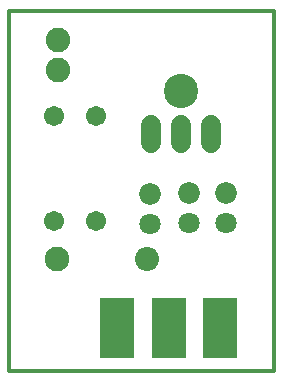
<source format=gbs>
G75*
%MOIN*%
%OFA0B0*%
%FSLAX24Y24*%
%IPPOS*%
%LPD*%
%AMOC8*
5,1,8,0,0,1.08239X$1,22.5*
%
%ADD10C,0.0120*%
%ADD11C,0.1145*%
%ADD12C,0.0680*%
%ADD13C,0.0707*%
%ADD14C,0.0721*%
%ADD15C,0.0820*%
%ADD16C,0.0806*%
%ADD17C,0.0825*%
%ADD18R,0.1123X0.2049*%
%ADD19C,0.0671*%
D10*
X000533Y000160D02*
X000533Y012160D01*
X009383Y012160D01*
X009383Y000160D01*
X000533Y000160D01*
D11*
X006283Y009510D03*
D12*
X006283Y008360D02*
X006283Y007760D01*
X005283Y007760D02*
X005283Y008360D01*
X007283Y008360D02*
X007283Y007760D01*
D13*
X007783Y005110D03*
X006533Y005110D03*
X005233Y005060D03*
D14*
X005233Y006060D03*
X006533Y006110D03*
X007783Y006110D03*
D15*
X002183Y010210D03*
X002183Y011210D03*
D16*
X005133Y003910D03*
D17*
X002133Y003910D03*
D18*
X004133Y001610D03*
X005879Y001610D03*
X007588Y001610D03*
D19*
X003433Y005160D03*
X002033Y005160D03*
X002033Y008660D03*
X003433Y008660D03*
M02*

</source>
